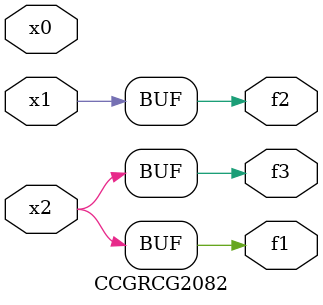
<source format=v>
module CCGRCG2082(
	input x0, x1, x2,
	output f1, f2, f3
);
	assign f1 = x2;
	assign f2 = x1;
	assign f3 = x2;
endmodule

</source>
